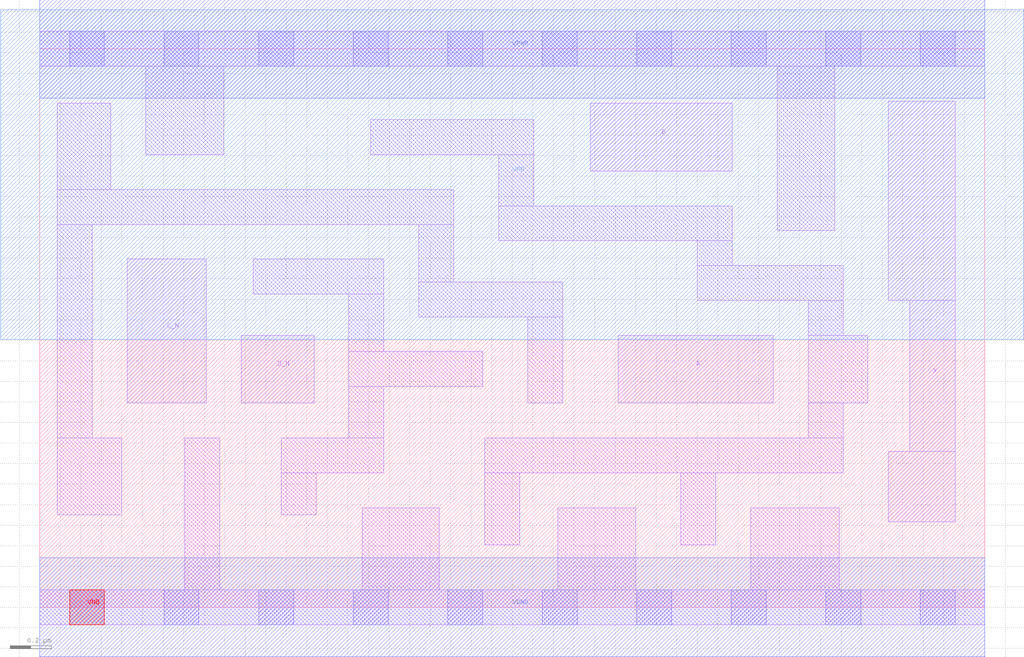
<source format=lef>
# Copyright 2020 The SkyWater PDK Authors
#
# Licensed under the Apache License, Version 2.0 (the "License");
# you may not use this file except in compliance with the License.
# You may obtain a copy of the License at
#
#     https://www.apache.org/licenses/LICENSE-2.0
#
# Unless required by applicable law or agreed to in writing, software
# distributed under the License is distributed on an "AS IS" BASIS,
# WITHOUT WARRANTIES OR CONDITIONS OF ANY KIND, either express or implied.
# See the License for the specific language governing permissions and
# limitations under the License.
#
# SPDX-License-Identifier: Apache-2.0

VERSION 5.7 ;
  NOWIREEXTENSIONATPIN ON ;
  DIVIDERCHAR "/" ;
  BUSBITCHARS "[]" ;
PROPERTYDEFINITIONS
  MACRO maskLayoutSubType STRING ;
  MACRO prCellType STRING ;
  MACRO originalViewName STRING ;
END PROPERTYDEFINITIONS
MACRO sky130_fd_sc_hdll__or4bb_1
  CLASS CORE ;
  FOREIGN sky130_fd_sc_hdll__or4bb_1 ;
  ORIGIN  0.000000  0.000000 ;
  SIZE  4.600000 BY  2.720000 ;
  SYMMETRY X Y R90 ;
  SITE unithd ;
  PIN A
    ANTENNAGATEAREA  0.138600 ;
    DIRECTION INPUT ;
    USE SIGNAL ;
    PORT
      LAYER li1 ;
        RECT 2.815000 0.995000 3.570000 1.325000 ;
    END
  END A
  PIN B
    ANTENNAGATEAREA  0.138600 ;
    DIRECTION INPUT ;
    USE SIGNAL ;
    PORT
      LAYER li1 ;
        RECT 2.680000 2.125000 3.370000 2.455000 ;
    END
  END B
  PIN C_N
    ANTENNAGATEAREA  0.138600 ;
    DIRECTION INPUT ;
    USE SIGNAL ;
    PORT
      LAYER li1 ;
        RECT 0.425000 0.995000 0.810000 1.695000 ;
    END
  END C_N
  PIN D_N
    ANTENNAGATEAREA  0.138600 ;
    DIRECTION INPUT ;
    USE SIGNAL ;
    PORT
      LAYER li1 ;
        RECT 0.980000 0.995000 1.335000 1.325000 ;
    END
  END D_N
  PIN VNB
    PORT
      LAYER pwell ;
        RECT 0.145000 -0.085000 0.315000 0.085000 ;
    END
  END VNB
  PIN VPB
    PORT
      LAYER nwell ;
        RECT -0.190000 1.305000 4.790000 2.910000 ;
    END
  END VPB
  PIN X
    ANTENNADIFFAREA  0.463750 ;
    DIRECTION OUTPUT ;
    USE SIGNAL ;
    PORT
      LAYER li1 ;
        RECT 4.130000 0.415000 4.455000 0.760000 ;
        RECT 4.130000 1.495000 4.455000 2.465000 ;
        RECT 4.235000 0.760000 4.455000 1.495000 ;
    END
  END X
  PIN VGND
    DIRECTION INOUT ;
    USE GROUND ;
    PORT
      LAYER met1 ;
        RECT 0.000000 -0.240000 4.600000 0.240000 ;
    END
  END VGND
  PIN VPWR
    DIRECTION INOUT ;
    USE POWER ;
    PORT
      LAYER met1 ;
        RECT 0.000000 2.480000 4.600000 2.960000 ;
    END
  END VPWR
  OBS
    LAYER li1 ;
      RECT 0.000000 -0.085000 4.600000 0.085000 ;
      RECT 0.000000  2.635000 4.600000 2.805000 ;
      RECT 0.085000  0.450000 0.400000 0.825000 ;
      RECT 0.085000  0.825000 0.255000 1.865000 ;
      RECT 0.085000  1.865000 2.015000 2.035000 ;
      RECT 0.085000  2.035000 0.345000 2.455000 ;
      RECT 0.515000  2.205000 0.895000 2.635000 ;
      RECT 0.705000  0.085000 0.875000 0.825000 ;
      RECT 1.040000  1.525000 1.675000 1.695000 ;
      RECT 1.175000  0.450000 1.345000 0.655000 ;
      RECT 1.175000  0.655000 1.675000 0.825000 ;
      RECT 1.505000  0.825000 1.675000 1.075000 ;
      RECT 1.505000  1.075000 2.155000 1.245000 ;
      RECT 1.505000  1.245000 1.675000 1.525000 ;
      RECT 1.570000  0.085000 1.945000 0.485000 ;
      RECT 1.610000  2.205000 2.405000 2.375000 ;
      RECT 1.845000  1.415000 2.545000 1.585000 ;
      RECT 1.845000  1.585000 2.015000 1.865000 ;
      RECT 2.165000  0.305000 2.335000 0.655000 ;
      RECT 2.165000  0.655000 3.910000 0.825000 ;
      RECT 2.235000  1.785000 3.370000 1.955000 ;
      RECT 2.235000  1.955000 2.405000 2.205000 ;
      RECT 2.375000  0.995000 2.545000 1.415000 ;
      RECT 2.520000  0.085000 2.900000 0.485000 ;
      RECT 3.120000  0.305000 3.290000 0.655000 ;
      RECT 3.200000  1.495000 3.910000 1.665000 ;
      RECT 3.200000  1.665000 3.370000 1.785000 ;
      RECT 3.460000  0.085000 3.890000 0.485000 ;
      RECT 3.590000  1.835000 3.870000 2.635000 ;
      RECT 3.740000  0.825000 3.910000 0.995000 ;
      RECT 3.740000  0.995000 4.030000 1.325000 ;
      RECT 3.740000  1.325000 3.910000 1.495000 ;
    LAYER mcon ;
      RECT 0.145000 -0.085000 0.315000 0.085000 ;
      RECT 0.145000  2.635000 0.315000 2.805000 ;
      RECT 0.605000 -0.085000 0.775000 0.085000 ;
      RECT 0.605000  2.635000 0.775000 2.805000 ;
      RECT 1.065000 -0.085000 1.235000 0.085000 ;
      RECT 1.065000  2.635000 1.235000 2.805000 ;
      RECT 1.525000 -0.085000 1.695000 0.085000 ;
      RECT 1.525000  2.635000 1.695000 2.805000 ;
      RECT 1.985000 -0.085000 2.155000 0.085000 ;
      RECT 1.985000  2.635000 2.155000 2.805000 ;
      RECT 2.445000 -0.085000 2.615000 0.085000 ;
      RECT 2.445000  2.635000 2.615000 2.805000 ;
      RECT 2.905000 -0.085000 3.075000 0.085000 ;
      RECT 2.905000  2.635000 3.075000 2.805000 ;
      RECT 3.365000 -0.085000 3.535000 0.085000 ;
      RECT 3.365000  2.635000 3.535000 2.805000 ;
      RECT 3.825000 -0.085000 3.995000 0.085000 ;
      RECT 3.825000  2.635000 3.995000 2.805000 ;
      RECT 4.285000 -0.085000 4.455000 0.085000 ;
      RECT 4.285000  2.635000 4.455000 2.805000 ;
  END
  PROPERTY maskLayoutSubType "abstract" ;
  PROPERTY prCellType "standard" ;
  PROPERTY originalViewName "layout" ;
END sky130_fd_sc_hdll__or4bb_1
END LIBRARY

</source>
